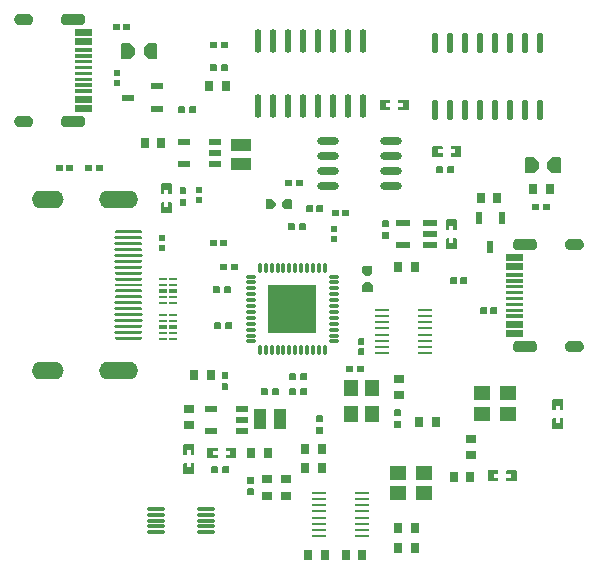
<source format=gtp>
G04 Layer: TopPasteMaskLayer*
G04 EasyEDA Pro v2.1.63, 2024-06-10 19:20:29*
G04 Gerber Generator version 0.3*
G04 Scale: 100 percent, Rotated: No, Reflected: No*
G04 Dimensions in millimeters*
G04 Leading zeros omitted, absolute positions, 3 integers and 5 decimals*
%FSLAX35Y35*%
%MOMM*%
%ADD10O,0.57399X2.03799*%
%ADD11O,0.55999X1.74501*%
%ADD12R,0.8X0.9*%
%ADD13R,1.2X0.25001*%
%ADD14R,0.9X0.8*%
%ADD15R,0.8X0.9*%
%ADD16R,1.4X1.2*%
%ADD17R,4.1030X4.09999*%
%ADD18R,4.09999X4.09999*%
%ADD19O,0.28001X1.0*%
%ADD20O,1.0X0.28001*%
%ADD21R,0.68072X0.20066*%
%ADD22R,0.68072X0.39878*%
%ADD23R,1.2X1.4*%
%ADD24O,1.865X0.63*%
%ADD25R,0.9X0.8*%
%ADD26R,1.0X0.6*%
%ADD27R,1.72001X1.0*%
%ADD28R,1.0X1.72001*%
%ADD29R,1.157X0.48999*%
%ADD30R,1.175X0.48999*%
%ADD31R,1.4X1.2*%
%ADD32O,1.62001X0.28001*%
%ADD33R,1.07X0.6*%
%ADD34R,0.6X1.07*%
G75*


G04 PolygonModel Start*
G36*
G01X3904102Y-1225001D02*
G01X3824102Y-1225001D01*
G01X3819101Y-1230003D01*
G01Y-1252799D01*
G01X3856101D01*
G01Y-1285799D01*
G01X3819101D01*
G01Y-1310002D01*
G01X3824102Y-1315001D01*
G01X3904102D01*
G01X3909101Y-1310002D01*
G01Y-1230003D01*
G01X3904102Y-1225001D01*
G37*
G36*
G01X3749101Y-1230003D02*
G01X3749101Y-1252799D01*
G01X3711103D01*
G01Y-1285799D01*
G01X3749101D01*
G01Y-1310002D01*
G01X3744102Y-1315001D01*
G01X3665103D01*
G01X3660102Y-1310002D01*
G01Y-1230003D01*
G01X3665103Y-1225001D01*
G01X3744102D01*
G01X3749101Y-1230003D01*
G37*
G36*
G01X3459602Y-831301D02*
G01X3379602Y-831301D01*
G01X3374601Y-836303D01*
G01Y-859099D01*
G01X3411601D01*
G01Y-892099D01*
G01X3374601D01*
G01Y-916302D01*
G01X3379602Y-921301D01*
G01X3459602D01*
G01X3464601Y-916302D01*
G01Y-836303D01*
G01X3459602Y-831301D01*
G37*
G36*
G01X3304601Y-836303D02*
G01X3304601Y-859099D01*
G01X3266603D01*
G01Y-892099D01*
G01X3304601D01*
G01Y-916302D01*
G01X3299602Y-921301D01*
G01X3220603D01*
G01X3215602Y-916302D01*
G01Y-836303D01*
G01X3220603Y-831301D01*
G01X3299602D01*
G01X3304601Y-836303D01*
G37*
G36*
G01X1145101Y-441124D02*
G01X1145101Y-397063D01*
G01X1106594Y-350248D01*
G01X1037847D01*
G01X1027847Y-360248D01*
G01Y-477944D01*
G01X1037847Y-487944D01*
G01X1106594D01*
G01X1145101Y-441124D01*
G37*
G36*
G01X1217099Y-441124D02*
G01X1217099Y-397063D01*
G01X1255606Y-350248D01*
G01X1324353D01*
G01X1334353Y-360248D01*
G01Y-477944D01*
G01X1324353Y-487944D01*
G01X1255606D01*
G01X1217099Y-441124D01*
G37*
G36*
G01X4561401Y-1406324D02*
G01X4561401Y-1362263D01*
G01X4522894Y-1315448D01*
G01X4454147D01*
G01X4444147Y-1325448D01*
G01Y-1443144D01*
G01X4454147Y-1453144D01*
G01X4522894D01*
G01X4561401Y-1406324D01*
G37*
G36*
G01X4633399Y-1406324D02*
G01X4633399Y-1362263D01*
G01X4671906Y-1315448D01*
G01X4740653D01*
G01X4750653Y-1325448D01*
G01Y-1443144D01*
G01X4740653Y-1453144D01*
G01X4671906D01*
G01X4633399Y-1406324D01*
G37*
G36*
G01X1872204Y-581302D02*
G01X1872204Y-536301D01*
G01X1879201Y-531302D01*
G01X1927202D01*
G01X1932203Y-536301D01*
G01Y-581302D01*
G01X1927202Y-586301D01*
G01X1879201D01*
G01X1872204Y-581302D01*
G37*
G36*
G01X1776202Y-581302D02*
G01X1776202Y-536301D01*
G01X1781203Y-531302D01*
G01X1829201D01*
G01X1836202Y-536301D01*
G01Y-581302D01*
G01X1829201Y-586301D01*
G01X1781203D01*
G01X1776202Y-581302D01*
G37*
G36*
G01X3789904Y-1444902D02*
G01X3789904Y-1399901D01*
G01X3796901Y-1394902D01*
G01X3844902D01*
G01X3849903Y-1399901D01*
G01Y-1444902D01*
G01X3844902Y-1449901D01*
G01X3796901D01*
G01X3789904Y-1444902D01*
G37*
G36*
G01X3693902Y-1444902D02*
G01X3693902Y-1399901D01*
G01X3698903Y-1394902D01*
G01X3746901D01*
G01X3753902Y-1399901D01*
G01Y-1444902D01*
G01X3746901Y-1449901D01*
G01X3698903D01*
G01X3693902Y-1444902D01*
G37*
G36*
G01X4602704Y-1762402D02*
G01X4602704Y-1717401D01*
G01X4609701Y-1712402D01*
G01X4657702D01*
G01X4662703Y-1717401D01*
G01Y-1762402D01*
G01X4657702Y-1767401D01*
G01X4609701D01*
G01X4602704Y-1762402D01*
G37*
G36*
G01X4506702Y-1762402D02*
G01X4506702Y-1717401D01*
G01X4511703Y-1712402D01*
G01X4559701D01*
G01X4566702Y-1717401D01*
G01Y-1762402D01*
G01X4559701Y-1767401D01*
G01X4511703D01*
G01X4506702Y-1762402D01*
G37*
G36*
G01X1605504Y-936902D02*
G01X1605504Y-891901D01*
G01X1612501Y-886902D01*
G01X1660502D01*
G01X1665503Y-891901D01*
G01Y-936902D01*
G01X1660502Y-941901D01*
G01X1612501D01*
G01X1605504Y-936902D01*
G37*
G36*
G01X1509502Y-936902D02*
G01X1509502Y-891901D01*
G01X1514503Y-886902D01*
G01X1562501D01*
G01X1569502Y-891901D01*
G01Y-936902D01*
G01X1562501Y-941901D01*
G01X1514503D01*
G01X1509502Y-936902D01*
G37*
G36*
G01X4153700Y-2639200D02*
G01X4153700Y-2593200D01*
G01X4157701Y-2589200D01*
G01X4207764D01*
G01X4211765Y-2593200D01*
G01Y-2639200D01*
G01X4207764Y-2643200D01*
G01X4157701D01*
G01X4153700Y-2639200D01*
G37*
G36*
G01X4126700Y-2639200D02*
G01X4126700Y-2593200D01*
G01X4122699Y-2589200D01*
G01X4072636D01*
G01X4068636Y-2593200D01*
G01Y-2639200D01*
G01X4072636Y-2643200D01*
G01X4122699D01*
G01X4126700Y-2639200D01*
G37*
G36*
G01X3872700Y-2339200D02*
G01X3872700Y-2385200D01*
G01X3868699Y-2389200D01*
G01X3818636D01*
G01X3814636Y-2385200D01*
G01Y-2339200D01*
G01X3818636Y-2335200D01*
G01X3868699D01*
G01X3872700Y-2339200D01*
G37*
G36*
G01X3899700Y-2339200D02*
G01X3899700Y-2385200D01*
G01X3903701Y-2389200D01*
G01X3953764D01*
G01X3957765Y-2385200D01*
G01Y-2339200D01*
G01X3953764Y-2335200D01*
G01X3903701D01*
G01X3899700Y-2339200D01*
G37*
G36*
G01X465729Y-3050215D02*
G02X465729Y-3200222I0J-75004D01*
G01X345727D01*
G02Y-3050215I0J75004D01*
G01X465729D01*
G37*
G36*
G01X465729Y-1600385D02*
G02X465729Y-1750388I0J-75001D01*
G01X345727D01*
G02Y-1600385I0J75001D01*
G01X465729D01*
G37*
G36*
G01X1095677Y-3050215D02*
G02X1095677Y-3200222I0J-75004D01*
G01X915678D01*
G02Y-3050215I0J75004D01*
G01X1095677D01*
G37*
G36*
G01X1095677Y-1600385D02*
G02X1095677Y-1750388I0J-75001D01*
G01X915678D01*
G02Y-1600385I0J75001D01*
G01X1095677D01*
G37*
G36*
G01X1196424Y-2837889D02*
G02X1196424Y-2862892I0J-12502D01*
G01X981423D01*
G02Y-2837889I0J12502D01*
G01X1196424D01*
G37*
G36*
G01X1196424Y-2787876D02*
G02X1196424Y-2812880I0J-12502D01*
G01X981423D01*
G02Y-2787876I0J12502D01*
G01X1196424D01*
G37*
G36*
G01X1196424Y-2737866D02*
G02X1196424Y-2762870I0J-12502D01*
G01X981423D01*
G02Y-2737866I0J12502D01*
G01X1196424D01*
G37*
G36*
G01X1196424Y-2687856D02*
G02X1196424Y-2712860I0J-12502D01*
G01X981423D01*
G02Y-2687856I0J12502D01*
G01X1196424D01*
G37*
G36*
G01X1196424Y-2637843D02*
G02X1196424Y-2662847I0J-12502D01*
G01X981423D01*
G02Y-2637843I0J12502D01*
G01X1196424D01*
G37*
G36*
G01X1196424Y-2587833D02*
G02X1196424Y-2612837I0J-12502D01*
G01X981423D01*
G02Y-2587833I0J12502D01*
G01X1196424D01*
G37*
G36*
G01X1196424Y-2537828D02*
G02X1196424Y-2562832I0J-12502D01*
G01X981423D01*
G02Y-2537828I0J12502D01*
G01X1196424D01*
G37*
G36*
G01X1196424Y-2187760D02*
G02X1196424Y-2212767I0J-12503D01*
G01X981423D01*
G02Y-2187760I0J12503D01*
G01X1196424D01*
G37*
G36*
G01X1196424Y-2237768D02*
G02X1196424Y-2262772I0J-12502D01*
G01X981423D01*
G02Y-2237768I0J12502D01*
G01X1196424D01*
G37*
G36*
G01X1196424Y-2287778D02*
G02X1196424Y-2312779I-178J-12501D01*
G01X981423D01*
G02Y-2287778I178J12501D01*
G01X1196424D01*
G37*
G36*
G01X1196424Y-2337791D02*
G02X1196424Y-2362792I-178J-12501D01*
G01X981423D01*
G02Y-2337791I178J12501D01*
G01X1196424D01*
G37*
G36*
G01X1196424Y-2387798D02*
G02X1196424Y-2412802I0J-12502D01*
G01X981423D01*
G02Y-2387798I0J12502D01*
G01X1196424D01*
G37*
G36*
G01X1196424Y-2437808D02*
G02X1196424Y-2462814I0J-12503D01*
G01X981423D01*
G02Y-2437808I0J12503D01*
G01X1196424D01*
G37*
G36*
G01X1196424Y-2487821D02*
G02X1196424Y-2512827I0J-12503D01*
G01X981423D01*
G02Y-2487821I0J12503D01*
G01X1196424D01*
G37*
G36*
G01X1196424Y-1937708D02*
G02X1196424Y-1962711I0J-12502D01*
G01X981423D01*
G02Y-1937708I0J12502D01*
G01X1196424D01*
G37*
G36*
G01X1196424Y-1987720D02*
G02X1196424Y-2012724I0J-12502D01*
G01X981423D01*
G02Y-1987720I0J12502D01*
G01X1196424D01*
G37*
G36*
G01X1196424Y-2037730D02*
G02X1196424Y-2062734I0J-12502D01*
G01X981423D01*
G02Y-2037730I0J12502D01*
G01X1196424D01*
G37*
G36*
G01X1196424Y-2087740D02*
G02X1196424Y-2112744I0J-12502D01*
G01X981423D01*
G02Y-2087740I0J12502D01*
G01X1196424D01*
G37*
G36*
G01X1196424Y-2137753D02*
G02X1196424Y-2162757I0J-12502D01*
G01X981423D01*
G02Y-2137753I0J12502D01*
G01X1196424D01*
G37*
G36*
G01X818104Y-1432202D02*
G01X818104Y-1387201D01*
G01X825101Y-1382202D01*
G01X873102D01*
G01X878103Y-1387201D01*
G01Y-1432202D01*
G01X873102Y-1437201D01*
G01X825101D01*
G01X818104Y-1432202D01*
G37*
G36*
G01X722102Y-1432202D02*
G01X722102Y-1387201D01*
G01X727103Y-1382202D01*
G01X775101D01*
G01X782102Y-1387201D01*
G01Y-1432202D01*
G01X775101Y-1437201D01*
G01X727103D01*
G01X722102Y-1432202D01*
G37*
G36*
G01X2509296Y-3279498D02*
G01X2509296Y-3324499D01*
G01X2502299Y-3329498D01*
G01X2454298D01*
G01X2449297Y-3324499D01*
G01Y-3279498D01*
G01X2454298Y-3274499D01*
G01X2502299D01*
G01X2509296Y-3279498D01*
G37*
G36*
G01X2605298Y-3279498D02*
G01X2605298Y-3324499D01*
G01X2600297Y-3329498D01*
G01X2552299D01*
G01X2545298Y-3324499D01*
G01Y-3279498D01*
G01X2552299Y-3274499D01*
G01X2600297D01*
G01X2605298Y-3279498D01*
G37*
G36*
G01X2509296Y-3152498D02*
G01X2509296Y-3197499D01*
G01X2502299Y-3202498D01*
G01X2454298D01*
G01X2449297Y-3197499D01*
G01Y-3152498D01*
G01X2454298Y-3147499D01*
G01X2502299D01*
G01X2509296Y-3152498D01*
G37*
G36*
G01X2605298Y-3152498D02*
G01X2605298Y-3197499D01*
G01X2600297Y-3202498D01*
G01X2552299D01*
G01X2545298Y-3197499D01*
G01Y-3152498D01*
G01X2552299Y-3147499D01*
G01X2600297D01*
G01X2605298Y-3152498D01*
G37*
G36*
G01X2496596Y-1882498D02*
G01X2496596Y-1927499D01*
G01X2489599Y-1932498D01*
G01X2441598D01*
G01X2436597Y-1927499D01*
G01Y-1882498D01*
G01X2441598Y-1877499D01*
G01X2489599D01*
G01X2496596Y-1882498D01*
G37*
G36*
G01X2592598Y-1882498D02*
G01X2592598Y-1927499D01*
G01X2587597Y-1932498D01*
G01X2539599D01*
G01X2532598Y-1927499D01*
G01Y-1882498D01*
G01X2539599Y-1877499D01*
G01X2587597D01*
G01X2592598Y-1882498D01*
G37*
G36*
G01X2098398Y-4120104D02*
G01X2143399Y-4120104D01*
G01X2148398Y-4127101D01*
G01Y-4175102D01*
G01X2143399Y-4180103D01*
G01X2098398D01*
G01X2093399Y-4175102D01*
G01Y-4127101D01*
G01X2098398Y-4120104D01*
G37*
G36*
G01X2098398Y-4024102D02*
G01X2143399Y-4024102D01*
G01X2148398Y-4029103D01*
G01Y-4077101D01*
G01X2143399Y-4084102D01*
G01X2098398D01*
G01X2093399Y-4077101D01*
G01Y-4029103D01*
G01X2098398Y-4024102D01*
G37*
G36*
G01X1925096Y-2225398D02*
G01X1925096Y-2270399D01*
G01X1918099Y-2275398D01*
G01X1870098D01*
G01X1865097Y-2270399D01*
G01Y-2225398D01*
G01X1870098Y-2220399D01*
G01X1918099D01*
G01X1925096Y-2225398D01*
G37*
G36*
G01X2021098Y-2225398D02*
G01X2021098Y-2270399D01*
G01X2016097Y-2275398D01*
G01X1968099D01*
G01X1961098Y-2270399D01*
G01Y-2225398D01*
G01X1968099Y-2220399D01*
G01X2016097D01*
G01X2021098Y-2225398D01*
G37*
G36*
G01X2682598Y-3599404D02*
G01X2727599Y-3599404D01*
G01X2732598Y-3606401D01*
G01Y-3654402D01*
G01X2727599Y-3659403D01*
G01X2682598D01*
G01X2677599Y-3654402D01*
G01Y-3606401D01*
G01X2682598Y-3599404D01*
G37*
G36*
G01X2682598Y-3503402D02*
G01X2727599Y-3503402D01*
G01X2732598Y-3508403D01*
G01Y-3556401D01*
G01X2727599Y-3563402D01*
G01X2682598D01*
G01X2677599Y-3556401D01*
G01Y-3508403D01*
G01X2682598Y-3503402D01*
G37*
G36*
G01X1861596Y-2415898D02*
G01X1861596Y-2460899D01*
G01X1854599Y-2465898D01*
G01X1806598D01*
G01X1801597Y-2460899D01*
G01Y-2415898D01*
G01X1806598Y-2410899D01*
G01X1854599D01*
G01X1861596Y-2415898D01*
G37*
G36*
G01X1957598Y-2415898D02*
G01X1957598Y-2460899D01*
G01X1952597Y-2465898D01*
G01X1904599D01*
G01X1897598Y-2460899D01*
G01Y-2415898D01*
G01X1904599Y-2410899D01*
G01X1952597D01*
G01X1957598Y-2415898D01*
G37*
G36*
G01X2267996Y-3279498D02*
G01X2267996Y-3324499D01*
G01X2260999Y-3329498D01*
G01X2212998D01*
G01X2207997Y-3324499D01*
G01Y-3279498D01*
G01X2212998Y-3274499D01*
G01X2260999D01*
G01X2267996Y-3279498D01*
G37*
G36*
G01X2363998Y-3279498D02*
G01X2363998Y-3324499D01*
G01X2358997Y-3329498D01*
G01X2310999D01*
G01X2303998Y-3324499D01*
G01Y-3279498D01*
G01X2310999Y-3274499D01*
G01X2358997D01*
G01X2363998Y-3279498D01*
G37*
G36*
G01X1882498Y-3231104D02*
G01X1927499Y-3231104D01*
G01X1932498Y-3238101D01*
G01Y-3286102D01*
G01X1927499Y-3291103D01*
G01X1882498D01*
G01X1877499Y-3286102D01*
G01Y-3238101D01*
G01X1882498Y-3231104D01*
G37*
G36*
G01X1882498Y-3135102D02*
G01X1927499Y-3135102D01*
G01X1932498Y-3140103D01*
G01Y-3188101D01*
G01X1927499Y-3195102D01*
G01X1882498D01*
G01X1877499Y-3188101D01*
G01Y-3140103D01*
G01X1882498Y-3135102D01*
G37*
G36*
G01X1874296Y-2720698D02*
G01X1874296Y-2765699D01*
G01X1867299Y-2770698D01*
G01X1819298D01*
G01X1814297Y-2765699D01*
G01Y-2720698D01*
G01X1819298Y-2715699D01*
G01X1867299D01*
G01X1874296Y-2720698D01*
G37*
G36*
G01X1970298Y-2720698D02*
G01X1970298Y-2765699D01*
G01X1965297Y-2770698D01*
G01X1917299D01*
G01X1910298Y-2765699D01*
G01Y-2720698D01*
G01X1917299Y-2715699D01*
G01X1965297D01*
G01X1970298Y-2720698D01*
G37*
G36*
G01X2507204Y-1559202D02*
G01X2507204Y-1514201D01*
G01X2514201Y-1509202D01*
G01X2562202D01*
G01X2567203Y-1514201D01*
G01Y-1559202D01*
G01X2562202Y-1564201D01*
G01X2514201D01*
G01X2507204Y-1559202D01*
G37*
G36*
G01X2411202Y-1559202D02*
G01X2411202Y-1514201D01*
G01X2416203Y-1509202D01*
G01X2464201D01*
G01X2471202Y-1514201D01*
G01Y-1559202D01*
G01X2464201Y-1564201D01*
G01X2416203D01*
G01X2411202Y-1559202D01*
G37*
G36*
G01X3342998Y-3548604D02*
G01X3387999Y-3548604D01*
G01X3392998Y-3555601D01*
G01Y-3603602D01*
G01X3387999Y-3608603D01*
G01X3342998D01*
G01X3337999Y-3603602D01*
G01Y-3555601D01*
G01X3342998Y-3548604D01*
G37*
G36*
G01X3342998Y-3452602D02*
G01X3387999Y-3452602D01*
G01X3392998Y-3457603D01*
G01Y-3505601D01*
G01X3387999Y-3512602D01*
G01X3342998D01*
G01X3337999Y-3505601D01*
G01Y-3457603D01*
G01X3342998Y-3452602D01*
G37*
G36*
G01X2991896Y-3088998D02*
G01X2991896Y-3133999D01*
G01X2984899Y-3138998D01*
G01X2936898D01*
G01X2931897Y-3133999D01*
G01Y-3088998D01*
G01X2936898Y-3083999D01*
G01X2984899D01*
G01X2991896Y-3088998D01*
G37*
G36*
G01X3087898Y-3088998D02*
G01X3087898Y-3133999D01*
G01X3082897Y-3138998D01*
G01X3034899D01*
G01X3027898Y-3133999D01*
G01Y-3088998D01*
G01X3034899Y-3083999D01*
G01X3082897D01*
G01X3087898Y-3088998D01*
G37*
G36*
G01X1840700Y-2021700D02*
G01X1840700Y-2067700D01*
G01X1836699Y-2071700D01*
G01X1786636D01*
G01X1782636Y-2067700D01*
G01Y-2021700D01*
G01X1786636Y-2017700D01*
G01X1836699D01*
G01X1840700Y-2021700D01*
G37*
G36*
G01X1867700Y-2021700D02*
G01X1867700Y-2067700D01*
G01X1871701Y-2071700D01*
G01X1921764D01*
G01X1925765Y-2067700D01*
G01Y-2021700D01*
G01X1921764Y-2017700D01*
G01X1871701D01*
G01X1867700Y-2021700D01*
G37*
G36*
G01X532600Y-1386700D02*
G01X532600Y-1432700D01*
G01X528599Y-1436700D01*
G01X478536D01*
G01X474536Y-1432700D01*
G01Y-1386700D01*
G01X478536Y-1382700D01*
G01X528599D01*
G01X532600Y-1386700D01*
G37*
G36*
G01X559600Y-1386700D02*
G01X559600Y-1432700D01*
G01X563601Y-1436700D01*
G01X613664D01*
G01X617665Y-1432700D01*
G01Y-1386700D01*
G01X613664Y-1382700D01*
G01X563601D01*
G01X559600Y-1386700D01*
G37*
G36*
G01X1348600Y-2058200D02*
G01X1394600Y-2058200D01*
G01X1398600Y-2062201D01*
G01Y-2112264D01*
G01X1394600Y-2116264D01*
G01X1348600D01*
G01X1344600Y-2112264D01*
G01Y-2062201D01*
G01X1348600Y-2058200D01*
G37*
G36*
G01X1348600Y-2031200D02*
G01X1394600Y-2031200D01*
G01X1398600Y-2027199D01*
G01Y-1977136D01*
G01X1394600Y-1973135D01*
G01X1348600D01*
G01X1344600Y-1977136D01*
G01Y-2027199D01*
G01X1348600Y-2031200D01*
G37*
G36*
G01X3083700Y-2907500D02*
G01X3037700Y-2907500D01*
G01X3033700Y-2903499D01*
G01Y-2853436D01*
G01X3037700Y-2849435D01*
G01X3083700D01*
G01X3087700Y-2853436D01*
G01Y-2903499D01*
G01X3083700Y-2907500D01*
G37*
G36*
G01X3083700Y-2934500D02*
G01X3037700Y-2934500D01*
G01X3033700Y-2938501D01*
G01Y-2988564D01*
G01X3037700Y-2992564D01*
G01X3083700D01*
G01X3087700Y-2988564D01*
G01Y-2938501D01*
G01X3083700Y-2934500D01*
G37*
G36*
G01X2869400Y-1767700D02*
G01X2869400Y-1813700D01*
G01X2865399Y-1817700D01*
G01X2815336D01*
G01X2811336Y-1813700D01*
G01Y-1767700D01*
G01X2815336Y-1763700D01*
G01X2865399D01*
G01X2869400Y-1767700D01*
G37*
G36*
G01X2896400Y-1767700D02*
G01X2896400Y-1813700D01*
G01X2900401Y-1817700D01*
G01X2950464D01*
G01X2954465Y-1813700D01*
G01Y-1767700D01*
G01X2950464Y-1763700D01*
G01X2900401D01*
G01X2896400Y-1767700D01*
G37*
G36*
G01X2855100Y-1955000D02*
G01X2809100Y-1955000D01*
G01X2805100Y-1950999D01*
G01Y-1900936D01*
G01X2809100Y-1896935D01*
G01X2855100D01*
G01X2859100Y-1900936D01*
G01Y-1950999D01*
G01X2855100Y-1955000D01*
G37*
G36*
G01X2855100Y-1982000D02*
G01X2809100Y-1982000D01*
G01X2805100Y-1986001D01*
G01Y-2036064D01*
G01X2809100Y-2040064D01*
G01X2855100D01*
G01X2859100Y-2036064D01*
G01Y-1986001D01*
G01X2855100Y-1982000D01*
G37*
G36*
G01X2680500Y-1775600D02*
G01X2680500Y-1729600D01*
G01X2684501Y-1725600D01*
G01X2734564D01*
G01X2738565Y-1729600D01*
G01Y-1775600D01*
G01X2734564Y-1779600D01*
G01X2684501D01*
G01X2680500Y-1775600D01*
G37*
G36*
G01X2653500Y-1775600D02*
G01X2653500Y-1729600D01*
G01X2649499Y-1725600D01*
G01X2599436D01*
G01X2595436Y-1729600D01*
G01Y-1775600D01*
G01X2599436Y-1779600D01*
G01X2649499D01*
G01X2653500Y-1775600D01*
G37*
G36*
G01X3125798Y-2324339D02*
G01X3098147Y-2324339D01*
G01X3068772Y-2296919D01*
G01Y-2246592D01*
G01X3075173Y-2240191D01*
G01X3148772D01*
G01X3155173Y-2246592D01*
G01Y-2296919D01*
G01X3125798Y-2324339D01*
G37*
G36*
G01X3126923Y-2375903D02*
G01X3099272Y-2375903D01*
G01X3069897Y-2403323D01*
G01Y-2453650D01*
G01X3076298Y-2460051D01*
G01X3149897D01*
G01X3156298Y-2453650D01*
G01Y-2403323D01*
G01X3126923Y-2375903D01*
G37*
G36*
G01X1848896Y-3939898D02*
G01X1848896Y-3984899D01*
G01X1841899Y-3989898D01*
G01X1793898D01*
G01X1788897Y-3984899D01*
G01Y-3939898D01*
G01X1793898Y-3934899D01*
G01X1841899D01*
G01X1848896Y-3939898D01*
G37*
G36*
G01X1944898Y-3939898D02*
G01X1944898Y-3984899D01*
G01X1939897Y-3989898D01*
G01X1891899D01*
G01X1884898Y-3984899D01*
G01Y-3939898D01*
G01X1891899Y-3934899D01*
G01X1939897D01*
G01X1944898Y-3939898D01*
G37*
G36*
G01X1571902Y-1632996D02*
G01X1526901Y-1632996D01*
G01X1521902Y-1625999D01*
G01Y-1577998D01*
G01X1526901Y-1572997D01*
G01X1571902D01*
G01X1576901Y-1577998D01*
G01Y-1625999D01*
G01X1571902Y-1632996D01*
G37*
G36*
G01X1571902Y-1728998D02*
G01X1526901Y-1728998D01*
G01X1521902Y-1723997D01*
G01Y-1675999D01*
G01X1526901Y-1668998D01*
G01X1571902D01*
G01X1576901Y-1675999D01*
G01Y-1723997D01*
G01X1571902Y-1728998D01*
G37*
G36*
G01X3286402Y-1912396D02*
G01X3241401Y-1912396D01*
G01X3236402Y-1905399D01*
G01Y-1857398D01*
G01X3241401Y-1852397D01*
G01X3286402D01*
G01X3291401Y-1857398D01*
G01Y-1905399D01*
G01X3286402Y-1912396D01*
G37*
G36*
G01X3286402Y-2008398D02*
G01X3241401Y-2008398D01*
G01X3236402Y-2003397D01*
G01Y-1955399D01*
G01X3241401Y-1948398D01*
G01X3286402D01*
G01X3291401Y-1955399D01*
G01Y-2003397D01*
G01X3286402Y-2008398D01*
G37*
G36*
G01X3777701Y-1848998D02*
G01X3777701Y-1928998D01*
G01X3782703Y-1933999D01*
G01X3805499D01*
G01Y-1896999D01*
G01X3838499D01*
G01Y-1933999D01*
G01X3862702D01*
G01X3867701Y-1928998D01*
G01Y-1848998D01*
G01X3862702Y-1843999D01*
G01X3782703D01*
G01X3777701Y-1848998D01*
G37*
G36*
G01X3782703Y-2003999D02*
G01X3805499Y-2003999D01*
G01Y-2041997D01*
G01X3838499D01*
G01Y-2003999D01*
G01X3862702D01*
G01X3867701Y-2008998D01*
G01Y-2087997D01*
G01X3862702Y-2092998D01*
G01X3782703D01*
G01X3777701Y-2087997D01*
G01Y-2008998D01*
G01X3782703Y-2003999D01*
G37*
G36*
G01X1999102Y-3777701D02*
G01X1919102Y-3777701D01*
G01X1914101Y-3782703D01*
G01Y-3805499D01*
G01X1951101D01*
G01Y-3838499D01*
G01X1914101D01*
G01Y-3862702D01*
G01X1919102Y-3867701D01*
G01X1999102D01*
G01X2004101Y-3862702D01*
G01Y-3782703D01*
G01X1999102Y-3777701D01*
G37*
G36*
G01X1844101Y-3782703D02*
G01X1844101Y-3805499D01*
G01X1806103D01*
G01Y-3838499D01*
G01X1844101D01*
G01Y-3862702D01*
G01X1839102Y-3867701D01*
G01X1760103D01*
G01X1755102Y-3862702D01*
G01Y-3782703D01*
G01X1760103Y-3777701D01*
G01X1839102D01*
G01X1844101Y-3782703D01*
G37*
G36*
G01X1645199Y-3993002D02*
G01X1645199Y-3913002D01*
G01X1640197Y-3908001D01*
G01X1617401D01*
G01Y-3945001D01*
G01X1584401D01*
G01Y-3908001D01*
G01X1560198D01*
G01X1555199Y-3913002D01*
G01Y-3993002D01*
G01X1560198Y-3998001D01*
G01X1640197D01*
G01X1645199Y-3993002D01*
G37*
G36*
G01X1640197Y-3838001D02*
G01X1617401Y-3838001D01*
G01Y-3800003D01*
G01X1584401D01*
G01Y-3838001D01*
G01X1560198D01*
G01X1555199Y-3833002D01*
G01Y-3754003D01*
G01X1560198Y-3749002D01*
G01X1640197D01*
G01X1645199Y-3754003D01*
G01Y-3833002D01*
G01X1640197Y-3838001D01*
G37*
G36*
G01X1364701Y-1544198D02*
G01X1364701Y-1624198D01*
G01X1369703Y-1629199D01*
G01X1392499D01*
G01Y-1592199D01*
G01X1425499D01*
G01Y-1629199D01*
G01X1449702D01*
G01X1454701Y-1624198D01*
G01Y-1544198D01*
G01X1449702Y-1539199D01*
G01X1369703D01*
G01X1364701Y-1544198D01*
G37*
G36*
G01X1369703Y-1699199D02*
G01X1392499Y-1699199D01*
G01Y-1737197D01*
G01X1425499D01*
G01Y-1699199D01*
G01X1449702D01*
G01X1454701Y-1704198D01*
G01Y-1783197D01*
G01X1449702Y-1788198D01*
G01X1369703D01*
G01X1364701Y-1783197D01*
G01Y-1704198D01*
G01X1369703Y-1699199D01*
G37*
G36*
G01X2387361Y-1728798D02*
G01X2387361Y-1701147D01*
G01X2414781Y-1671772D01*
G01X2465108D01*
G01X2471509Y-1678173D01*
G01Y-1751772D01*
G01X2465108Y-1758173D01*
G01X2414781D01*
G01X2387361Y-1728798D01*
G37*
G36*
G01X2335797Y-1729923D02*
G01X2335797Y-1702272D01*
G01X2308377Y-1672897D01*
G01X2258050D01*
G01X2251649Y-1679298D01*
G01Y-1752897D01*
G01X2258050Y-1759298D01*
G01X2308377D01*
G01X2335797Y-1729923D01*
G37*
G36*
G01X4679401Y-3372998D02*
G01X4679401Y-3452998D01*
G01X4684403Y-3457999D01*
G01X4707199D01*
G01Y-3420999D01*
G01X4740199D01*
G01Y-3457999D01*
G01X4764402D01*
G01X4769401Y-3452998D01*
G01Y-3372998D01*
G01X4764402Y-3367999D01*
G01X4684403D01*
G01X4679401Y-3372998D01*
G37*
G36*
G01X4684403Y-3527999D02*
G01X4707199Y-3527999D01*
G01Y-3565997D01*
G01X4740199D01*
G01Y-3527999D01*
G01X4764402D01*
G01X4769401Y-3532998D01*
G01Y-3611997D01*
G01X4764402Y-3616998D01*
G01X4684403D01*
G01X4679401Y-3611997D01*
G01Y-3532998D01*
G01X4684403Y-3527999D01*
G37*
G36*
G01X4134998Y-4058199D02*
G01X4214998Y-4058199D01*
G01X4219999Y-4053197D01*
G01Y-4030401D01*
G01X4182999D01*
G01Y-3997401D01*
G01X4219999D01*
G01Y-3973198D01*
G01X4214998Y-3968199D01*
G01X4134998D01*
G01X4129999Y-3973198D01*
G01Y-4053197D01*
G01X4134998Y-4058199D01*
G37*
G36*
G01X4289999Y-4053197D02*
G01X4289999Y-4030401D01*
G01X4327997D01*
G01Y-3997401D01*
G01X4289999D01*
G01Y-3973198D01*
G01X4294998Y-3968199D01*
G01X4373997D01*
G01X4378998Y-3973198D01*
G01Y-4053197D01*
G01X4373997Y-4058199D01*
G01X4294998D01*
G01X4289999Y-4053197D01*
G37*
G36*
G01X1015200Y-192900D02*
G01X1015200Y-238900D01*
G01X1011199Y-242900D01*
G01X961136D01*
G01X957136Y-238900D01*
G01Y-192900D01*
G01X961136Y-188900D01*
G01X1011199D01*
G01X1015200Y-192900D01*
G37*
G36*
G01X1042200Y-192900D02*
G01X1042200Y-238900D01*
G01X1046201Y-242900D01*
G01X1096264D01*
G01X1100265Y-238900D01*
G01Y-192900D01*
G01X1096264Y-188900D01*
G01X1046201D01*
G01X1042200Y-192900D01*
G37*
G36*
G01X1013600Y-634200D02*
G01X967600Y-634200D01*
G01X963600Y-630199D01*
G01Y-580136D01*
G01X967600Y-576135D01*
G01X1013600D01*
G01X1017600Y-580136D01*
G01Y-630199D01*
G01X1013600Y-634200D01*
G37*
G36*
G01X1013600Y-661200D02*
G01X967600Y-661200D01*
G01X963600Y-665201D01*
G01Y-715264D01*
G01X967600Y-719264D01*
G01X1013600D01*
G01X1017600Y-715264D01*
G01Y-665201D01*
G01X1013600Y-661200D01*
G37*
G36*
G01X784449Y-544208D02*
G01X639450Y-544208D01*
G01Y-574208D01*
G01X784449D01*
G01Y-544208D01*
G37*
G36*
G01X639450Y-936701D02*
G01X784449Y-936701D01*
G01Y-908002D01*
G01Y-906701D01*
G01Y-878002D01*
G01X639450D01*
G01Y-906701D01*
G01Y-908002D01*
G01Y-936701D01*
G37*
G36*
G01X784449Y-394195D02*
G01X639450Y-394195D01*
G01Y-424195D01*
G01X784449D01*
G01Y-394195D01*
G37*
G36*
G01X784449Y-444208D02*
G01X639450Y-444208D01*
G01Y-474208D01*
G01X784449D01*
G01Y-444208D01*
G37*
G36*
G01X639450Y-857900D02*
G01X784449Y-857900D01*
G01Y-829201D01*
G01Y-827900D01*
G01Y-799201D01*
G01X639450D01*
G01Y-827900D01*
G01Y-829201D01*
G01Y-857900D01*
G37*
G36*
G01X784449Y-644207D02*
G01X639450Y-644207D01*
G01Y-674207D01*
G01X784449D01*
G01Y-644207D01*
G37*
G36*
G01X784449Y-694169D02*
G01X639450Y-694169D01*
G01Y-724169D01*
G01X784449D01*
G01Y-694169D01*
G37*
G36*
G01X639450Y-774207D02*
G01X784449Y-774207D01*
G01Y-744207D01*
G01X639450D01*
G01Y-774207D01*
G37*
G36*
G01X784296Y-594195D02*
G01X639298Y-594195D01*
G01Y-624195D01*
G01X784296D01*
G01Y-594195D01*
G37*
G36*
G01X784296Y-494195D02*
G01X639298Y-494195D01*
G01Y-524195D01*
G01X784296D01*
G01Y-494195D01*
G37*
G36*
G01X784296Y-231701D02*
G01X639298Y-231701D01*
G01Y-260403D01*
G01Y-261701D01*
G01Y-290403D01*
G01X784296D01*
G01Y-261701D01*
G01Y-260403D01*
G01Y-231701D01*
G37*
G36*
G01X639044Y-369202D02*
G01X784042Y-369202D01*
G01Y-340502D01*
G01Y-339202D01*
G01Y-310502D01*
G01X639044D01*
G01Y-339202D01*
G01Y-340502D01*
G01Y-369202D01*
G37*
G36*
G01X725320Y-1019940D02*
G01X725444Y-1017450D01*
G01Y-1014956D01*
G01X725320Y-1012467D01*
G01X725071Y-1009985D01*
G01X724700Y-1007521D01*
G01X724205Y-1005078D01*
G01X723590Y-1002662D01*
G01X722856Y-1000280D01*
G01X722003Y-997936D01*
G01X721035Y-995639D01*
G01X719953Y-993391D01*
G01X718762Y-991205D01*
G01X717461Y-989076D01*
G01X716056Y-987016D01*
G01X714550Y-985030D01*
G01X712948Y-983120D01*
G01X711253Y-981291D01*
G01X709468Y-979551D01*
G01X707598Y-977900D01*
G01X705650Y-976346D01*
G01X703626Y-974890D01*
G01X701530Y-973539D01*
G01X699371Y-972292D01*
G01X697154Y-971154D01*
G01X694881Y-970130D01*
G01X692561Y-969218D01*
G01X690197Y-968426D01*
G01X687796Y-967750D01*
G01X685368Y-967194D01*
G01X682912Y-966762D01*
G01X680438Y-966452D01*
G01X677951Y-966264D01*
G01X675460Y-966203D01*
G01X565457D01*
G01X562966Y-966264D01*
G01X560479Y-966452D01*
G01X558005Y-966762D01*
G01X555549Y-967194D01*
G01X553121Y-967750D01*
G01X550720Y-968426D01*
G01X548356Y-969218D01*
G01X546037Y-970130D01*
G01X543763Y-971154D01*
G01X541546Y-972292D01*
G01X539387Y-973539D01*
G01X537291Y-974890D01*
G01X535267Y-976346D01*
G01X533319Y-977900D01*
G01X531449Y-979551D01*
G01X529664Y-981291D01*
G01X527969Y-983120D01*
G01X526367Y-985030D01*
G01X524861Y-987016D01*
G01X523456Y-989076D01*
G01X522155Y-991205D01*
G01X520964Y-993391D01*
G01X519882Y-995639D01*
G01X518914Y-997936D01*
G01X518061Y-1000280D01*
G01X517327Y-1002662D01*
G01X516712Y-1005078D01*
G01X516217Y-1007521D01*
G01X515846Y-1009985D01*
G01X515597Y-1012467D01*
G01X515473Y-1014956D01*
G01Y-1017450D01*
G01X515597Y-1019940D01*
G01X515846Y-1022421D01*
G01X516217Y-1024885D01*
G01X516712Y-1027328D01*
G01X517327Y-1029744D01*
G01X518061Y-1032126D01*
G01X518914Y-1034471D01*
G01X519882Y-1036767D01*
G01X520964Y-1039015D01*
G01X522155Y-1041204D01*
G01X523456Y-1043330D01*
G01X524861Y-1045390D01*
G01X526367Y-1047377D01*
G01X527969Y-1049287D01*
G01X529664Y-1051115D01*
G01X531449Y-1052855D01*
G01X533319Y-1054506D01*
G01X535267Y-1056061D01*
G01X537291Y-1057516D01*
G01X539387Y-1058868D01*
G01X541546Y-1060115D01*
G01X543763Y-1061253D01*
G01X546037Y-1062276D01*
G01X548356Y-1063188D01*
G01X550720Y-1063981D01*
G01X553121Y-1064656D01*
G01X555549Y-1065212D01*
G01X558005Y-1065644D01*
G01X560479Y-1065954D01*
G01X562966Y-1066142D01*
G01X565457Y-1066203D01*
G01X675460D01*
G01X677951Y-1066142D01*
G01X680438Y-1065954D01*
G01X682912Y-1065644D01*
G01X685368Y-1065212D01*
G01X687796Y-1064656D01*
G01X690197Y-1063981D01*
G01X692561Y-1063188D01*
G01X694881Y-1062276D01*
G01X697154Y-1061253D01*
G01X699371Y-1060115D01*
G01X701530Y-1058868D01*
G01X703626Y-1057516D01*
G01X705650Y-1056061D01*
G01X707598Y-1054506D01*
G01X709468Y-1052855D01*
G01X711253Y-1051115D01*
G01X712948Y-1049287D01*
G01X714550Y-1047377D01*
G01X716056Y-1045390D01*
G01X717461Y-1043330D01*
G01X718762Y-1041204D01*
G01X719953Y-1039015D01*
G01X721035Y-1036767D01*
G01X722003Y-1034471D01*
G01X722856Y-1032126D01*
G01X723590Y-1029744D01*
G01X724205Y-1027328D01*
G01X724700Y-1024885D01*
G01X725071Y-1022421D01*
G01X725320Y-1019940D01*
G37*
G36*
G01X725292Y-155933D02*
G01X725416Y-153444D01*
G01Y-150950D01*
G01X725292Y-148460D01*
G01X725043Y-145979D01*
G01X724672Y-143515D01*
G01X724177Y-141072D01*
G01X723562Y-138656D01*
G01X722828Y-136274D01*
G01X721975Y-133929D01*
G01X721007Y-131633D01*
G01X719925Y-129385D01*
G01X718734Y-127198D01*
G01X717433Y-125070D01*
G01X716029Y-123010D01*
G01X714522Y-121023D01*
G01X712920Y-119113D01*
G01X711225Y-117284D01*
G01X709440Y-115545D01*
G01X707570Y-113894D01*
G01X705622Y-112339D01*
G01X703598Y-110884D01*
G01X701502Y-109532D01*
G01X699343Y-108285D01*
G01X697126Y-107147D01*
G01X694853Y-106124D01*
G01X692534Y-105212D01*
G01X690169Y-104419D01*
G01X687769Y-103744D01*
G01X685340Y-103187D01*
G01X682884Y-102756D01*
G01X680410Y-102446D01*
G01X677923Y-102258D01*
G01X675432Y-102197D01*
G01X565432D01*
G01X562940Y-102258D01*
G01X560454Y-102446D01*
G01X557980Y-102756D01*
G01X555523Y-103187D01*
G01X553095Y-103744D01*
G01X550695Y-104419D01*
G01X548330Y-105212D01*
G01X546011Y-106124D01*
G01X543738Y-107147D01*
G01X541520Y-108285D01*
G01X539361Y-109532D01*
G01X537266Y-110884D01*
G01X535242Y-112339D01*
G01X533293Y-113894D01*
G01X531424Y-115545D01*
G01X529638Y-117284D01*
G01X527944Y-119113D01*
G01X526341Y-121023D01*
G01X524835Y-123010D01*
G01X523431Y-125070D01*
G01X522130Y-127198D01*
G01X520939Y-129385D01*
G01X519857Y-131633D01*
G01X518889Y-133929D01*
G01X518036Y-136274D01*
G01X517301Y-138656D01*
G01X516687Y-141072D01*
G01X516192Y-143515D01*
G01X515821Y-145979D01*
G01X515572Y-148460D01*
G01X515447Y-150950D01*
G01Y-153444D01*
G01X515572Y-155933D01*
G01X515821Y-158415D01*
G01X516192Y-160879D01*
G01X516687Y-163322D01*
G01X517301Y-165738D01*
G01X518036Y-168120D01*
G01X518889Y-170464D01*
G01X519857Y-172761D01*
G01X520939Y-175009D01*
G01X522130Y-177198D01*
G01X523431Y-179324D01*
G01X524835Y-181384D01*
G01X526341Y-183370D01*
G01X527944Y-185280D01*
G01X529638Y-187109D01*
G01X531424Y-188849D01*
G01X533293Y-190500D01*
G01X535242Y-192054D01*
G01X537266Y-193510D01*
G01X539361Y-194861D01*
G01X541520Y-196108D01*
G01X543738Y-197246D01*
G01X546011Y-198270D01*
G01X548330Y-199182D01*
G01X550695Y-199974D01*
G01X553095Y-200650D01*
G01X555523Y-201206D01*
G01X557980Y-201638D01*
G01X560454Y-201948D01*
G01X562940Y-202136D01*
G01X565432Y-202197D01*
G01X675432D01*
G01X677923Y-202136D01*
G01X680410Y-201948D01*
G01X682884Y-201638D01*
G01X685340Y-201206D01*
G01X687769Y-200650D01*
G01X690169Y-199974D01*
G01X692534Y-199182D01*
G01X694853Y-198270D01*
G01X697126Y-197246D01*
G01X699343Y-196108D01*
G01X701502Y-194861D01*
G01X703598Y-193510D01*
G01X705622Y-192054D01*
G01X707570Y-190500D01*
G01X709440Y-188849D01*
G01X711225Y-187109D01*
G01X712920Y-185280D01*
G01X714522Y-183370D01*
G01X716029Y-181384D01*
G01X717433Y-179324D01*
G01X718734Y-177198D01*
G01X719925Y-175009D01*
G01X721007Y-172761D01*
G01X721975Y-170464D01*
G01X722828Y-168120D01*
G01X723562Y-165738D01*
G01X724177Y-163322D01*
G01X724672Y-160879D01*
G01X725043Y-158415D01*
G01X725292Y-155933D01*
G37*
G36*
G01X282311Y-155933D02*
G01X282435Y-153444D01*
G01Y-150950D01*
G01X282311Y-148460D01*
G01X282062Y-145979D01*
G01X281691Y-143515D01*
G01X281196Y-141072D01*
G01X280581Y-138656D01*
G01X279847Y-136274D01*
G01X278994Y-133929D01*
G01X278026Y-131633D01*
G01X276944Y-129385D01*
G01X275753Y-127198D01*
G01X274452Y-125070D01*
G01X273047Y-123010D01*
G01X271541Y-121023D01*
G01X269939Y-119113D01*
G01X268244Y-117284D01*
G01X266459Y-115545D01*
G01X264589Y-113894D01*
G01X262641Y-112339D01*
G01X260617Y-110884D01*
G01X258521Y-109532D01*
G01X256362Y-108285D01*
G01X254145Y-107147D01*
G01X251871Y-106124D01*
G01X249552Y-105212D01*
G01X247188Y-104419D01*
G01X244787Y-103744D01*
G01X242359Y-103187D01*
G01X239903Y-102756D01*
G01X237429Y-102446D01*
G01X234942Y-102258D01*
G01X232451Y-102197D01*
G01X172451D01*
G01X169959Y-102258D01*
G01X167472Y-102446D01*
G01X164998Y-102756D01*
G01X162542Y-103187D01*
G01X160114Y-103744D01*
G01X157714Y-104419D01*
G01X155349Y-105212D01*
G01X153030Y-106124D01*
G01X150757Y-107147D01*
G01X148539Y-108285D01*
G01X146380Y-109532D01*
G01X144285Y-110884D01*
G01X142260Y-112339D01*
G01X140312Y-113894D01*
G01X138443Y-115545D01*
G01X136657Y-117284D01*
G01X134963Y-119113D01*
G01X133360Y-121023D01*
G01X131854Y-123010D01*
G01X130449Y-125070D01*
G01X129149Y-127198D01*
G01X127958Y-129385D01*
G01X126876Y-131633D01*
G01X125908Y-133929D01*
G01X125054Y-136274D01*
G01X124320Y-138656D01*
G01X123706Y-141072D01*
G01X123210Y-143515D01*
G01X122839Y-145979D01*
G01X122591Y-148460D01*
G01X122466Y-150950D01*
G01Y-153444D01*
G01X122591Y-155933D01*
G01X122839Y-158415D01*
G01X123210Y-160879D01*
G01X123706Y-163322D01*
G01X124320Y-165738D01*
G01X125054Y-168120D01*
G01X125908Y-170464D01*
G01X126876Y-172761D01*
G01X127958Y-175009D01*
G01X129149Y-177198D01*
G01X130449Y-179324D01*
G01X131854Y-181384D01*
G01X133360Y-183370D01*
G01X134963Y-185280D01*
G01X136657Y-187109D01*
G01X138443Y-188849D01*
G01X140312Y-190500D01*
G01X142260Y-192054D01*
G01X144285Y-193510D01*
G01X146380Y-194861D01*
G01X148539Y-196108D01*
G01X150757Y-197246D01*
G01X153030Y-198270D01*
G01X155349Y-199182D01*
G01X157714Y-199974D01*
G01X160114Y-200650D01*
G01X162542Y-201206D01*
G01X164998Y-201638D01*
G01X167472Y-201948D01*
G01X169959Y-202136D01*
G01X172451Y-202197D01*
G01X232451D01*
G01X234942Y-202136D01*
G01X237429Y-201948D01*
G01X239903Y-201638D01*
G01X242359Y-201206D01*
G01X244787Y-200650D01*
G01X247188Y-199974D01*
G01X249552Y-199182D01*
G01X251871Y-198270D01*
G01X254145Y-197246D01*
G01X256362Y-196108D01*
G01X258521Y-194861D01*
G01X260617Y-193510D01*
G01X262641Y-192054D01*
G01X264589Y-190500D01*
G01X266459Y-188849D01*
G01X268244Y-187109D01*
G01X269939Y-185280D01*
G01X271541Y-183370D01*
G01X273047Y-181384D01*
G01X274452Y-179324D01*
G01X275753Y-177198D01*
G01X276944Y-175009D01*
G01X278026Y-172761D01*
G01X278994Y-170464D01*
G01X279847Y-168120D01*
G01X280581Y-165738D01*
G01X281196Y-163322D01*
G01X281691Y-160879D01*
G01X282062Y-158415D01*
G01X282311Y-155933D01*
G37*
G36*
G01X282435Y-1014956D02*
G01X282311Y-1012467D01*
G01X282062Y-1009985D01*
G01X281691Y-1007521D01*
G01X281196Y-1005078D01*
G01X280581Y-1002662D01*
G01X279847Y-1000280D01*
G01X278994Y-997936D01*
G01X278026Y-995639D01*
G01X276944Y-993391D01*
G01X275753Y-991205D01*
G01X274452Y-989076D01*
G01X273047Y-987016D01*
G01X271541Y-985030D01*
G01X269939Y-983120D01*
G01X268244Y-981291D01*
G01X266459Y-979551D01*
G01X264589Y-977900D01*
G01X262641Y-976346D01*
G01X260617Y-974890D01*
G01X258521Y-973539D01*
G01X256362Y-972292D01*
G01X254145Y-971154D01*
G01X251871Y-970130D01*
G01X249552Y-969218D01*
G01X247188Y-968426D01*
G01X244787Y-967750D01*
G01X242359Y-967194D01*
G01X239903Y-966762D01*
G01X237429Y-966452D01*
G01X234942Y-966264D01*
G01X232451Y-966203D01*
G01X172451D01*
G01X169959Y-966264D01*
G01X167472Y-966452D01*
G01X164998Y-966762D01*
G01X162542Y-967194D01*
G01X160114Y-967750D01*
G01X157714Y-968426D01*
G01X155349Y-969218D01*
G01X153030Y-970130D01*
G01X150757Y-971154D01*
G01X148539Y-972292D01*
G01X146380Y-973539D01*
G01X144285Y-974890D01*
G01X142260Y-976346D01*
G01X140312Y-977900D01*
G01X138443Y-979551D01*
G01X136657Y-981291D01*
G01X134963Y-983120D01*
G01X133360Y-985030D01*
G01X131854Y-987016D01*
G01X130449Y-989076D01*
G01X129149Y-991205D01*
G01X127958Y-993391D01*
G01X126876Y-995639D01*
G01X125908Y-997936D01*
G01X125054Y-1000280D01*
G01X124320Y-1002662D01*
G01X123706Y-1005078D01*
G01X123210Y-1007521D01*
G01X122839Y-1009985D01*
G01X122591Y-1012467D01*
G01X122466Y-1014956D01*
G01Y-1017450D01*
G01X122591Y-1019940D01*
G01X122839Y-1022421D01*
G01X123210Y-1024885D01*
G01X123706Y-1027328D01*
G01X124320Y-1029744D01*
G01X125054Y-1032126D01*
G01X125908Y-1034471D01*
G01X126876Y-1036767D01*
G01X127958Y-1039015D01*
G01X129149Y-1041204D01*
G01X130449Y-1043330D01*
G01X131854Y-1045390D01*
G01X133360Y-1047377D01*
G01X134963Y-1049287D01*
G01X136657Y-1051115D01*
G01X138443Y-1052855D01*
G01X140312Y-1054506D01*
G01X142260Y-1056061D01*
G01X144285Y-1057516D01*
G01X146380Y-1058868D01*
G01X148539Y-1060115D01*
G01X150757Y-1061253D01*
G01X153030Y-1062276D01*
G01X155349Y-1063188D01*
G01X157714Y-1063981D01*
G01X160114Y-1064656D01*
G01X162542Y-1065212D01*
G01X164998Y-1065644D01*
G01X167472Y-1065954D01*
G01X169959Y-1066142D01*
G01X172451Y-1066203D01*
G01X232451D01*
G01X234942Y-1066142D01*
G01X237429Y-1065954D01*
G01X239903Y-1065644D01*
G01X242359Y-1065212D01*
G01X244787Y-1064656D01*
G01X247188Y-1063981D01*
G01X249552Y-1063188D01*
G01X251871Y-1062276D01*
G01X254145Y-1061253D01*
G01X256362Y-1060115D01*
G01X258521Y-1058868D01*
G01X260617Y-1057516D01*
G01X262641Y-1056061D01*
G01X264589Y-1054506D01*
G01X266459Y-1052855D01*
G01X268244Y-1051115D01*
G01X269939Y-1049287D01*
G01X271541Y-1047377D01*
G01X273047Y-1045390D01*
G01X274452Y-1043330D01*
G01X275753Y-1041204D01*
G01X276944Y-1039015D01*
G01X278026Y-1036767D01*
G01X278994Y-1034471D01*
G01X279847Y-1032126D01*
G01X280581Y-1029744D01*
G01X281196Y-1027328D01*
G01X281691Y-1024885D01*
G01X282062Y-1022421D01*
G01X282311Y-1019940D01*
G01X282435Y-1017450D01*
G01Y-1014956D01*
G37*
G36*
G01X4282851Y-2529192D02*
G01X4427850Y-2529192D01*
G01Y-2499192D01*
G01X4282851D01*
G01Y-2529192D01*
G37*
G36*
G01X4427850Y-2136699D02*
G01X4282851Y-2136699D01*
G01Y-2165398D01*
G01Y-2166699D01*
G01Y-2195398D01*
G01X4427850D01*
G01Y-2166699D01*
G01Y-2165398D01*
G01Y-2136699D01*
G37*
G36*
G01X4282851Y-2679205D02*
G01X4427850Y-2679205D01*
G01Y-2649205D01*
G01X4282851D01*
G01Y-2679205D01*
G37*
G36*
G01X4282851Y-2629192D02*
G01X4427850Y-2629192D01*
G01Y-2599192D01*
G01X4282851D01*
G01Y-2629192D01*
G37*
G36*
G01X4427850Y-2215500D02*
G01X4282851Y-2215500D01*
G01Y-2244199D01*
G01Y-2245500D01*
G01Y-2274199D01*
G01X4427850D01*
G01Y-2245500D01*
G01Y-2244199D01*
G01Y-2215500D01*
G37*
G36*
G01X4282851Y-2429192D02*
G01X4427850Y-2429192D01*
G01Y-2399193D01*
G01X4282851D01*
G01Y-2429192D01*
G37*
G36*
G01X4282851Y-2379231D02*
G01X4427850Y-2379231D01*
G01Y-2349231D01*
G01X4282851D01*
G01Y-2379231D01*
G37*
G36*
G01X4427850Y-2299193D02*
G01X4282851Y-2299193D01*
G01Y-2329193D01*
G01X4427850D01*
G01Y-2299193D01*
G37*
G36*
G01X4283004Y-2479205D02*
G01X4428002Y-2479205D01*
G01Y-2449205D01*
G01X4283004D01*
G01Y-2479205D01*
G37*
G36*
G01X4283004Y-2579205D02*
G01X4428002Y-2579205D01*
G01Y-2549205D01*
G01X4283004D01*
G01Y-2579205D01*
G37*
G36*
G01X4283004Y-2841699D02*
G01X4428002Y-2841699D01*
G01Y-2812997D01*
G01Y-2811699D01*
G01Y-2782997D01*
G01X4283004D01*
G01Y-2811699D01*
G01Y-2812997D01*
G01Y-2841699D01*
G37*
G36*
G01X4428256Y-2704198D02*
G01X4283258Y-2704198D01*
G01Y-2732898D01*
G01Y-2734198D01*
G01Y-2762898D01*
G01X4428256D01*
G01Y-2734198D01*
G01Y-2732898D01*
G01Y-2704198D01*
G37*
G36*
G01X4341980Y-2053460D02*
G01X4341856Y-2055950D01*
G01Y-2058444D01*
G01X4341980Y-2060933D01*
G01X4342229Y-2063415D01*
G01X4342600Y-2065879D01*
G01X4343095Y-2068322D01*
G01X4343710Y-2070738D01*
G01X4344444Y-2073120D01*
G01X4345297Y-2075464D01*
G01X4346265Y-2077761D01*
G01X4347347Y-2080009D01*
G01X4348538Y-2082195D01*
G01X4349839Y-2084324D01*
G01X4351244Y-2086384D01*
G01X4352750Y-2088370D01*
G01X4354352Y-2090280D01*
G01X4356047Y-2092109D01*
G01X4357832Y-2093849D01*
G01X4359702Y-2095500D01*
G01X4361650Y-2097054D01*
G01X4363674Y-2098510D01*
G01X4365770Y-2099861D01*
G01X4367929Y-2101108D01*
G01X4370146Y-2102246D01*
G01X4372420Y-2103270D01*
G01X4374739Y-2104182D01*
G01X4377103Y-2104974D01*
G01X4379504Y-2105650D01*
G01X4381932Y-2106206D01*
G01X4384388Y-2106638D01*
G01X4386862Y-2106948D01*
G01X4389349Y-2107136D01*
G01X4391840Y-2107197D01*
G01X4501843D01*
G01X4504334Y-2107136D01*
G01X4506821Y-2106948D01*
G01X4509295Y-2106638D01*
G01X4511751Y-2106206D01*
G01X4514179Y-2105650D01*
G01X4516580Y-2104974D01*
G01X4518944Y-2104182D01*
G01X4521264Y-2103270D01*
G01X4523537Y-2102246D01*
G01X4525754Y-2101108D01*
G01X4527913Y-2099861D01*
G01X4530009Y-2098510D01*
G01X4532033Y-2097054D01*
G01X4533981Y-2095500D01*
G01X4535851Y-2093849D01*
G01X4537636Y-2092109D01*
G01X4539331Y-2090280D01*
G01X4540933Y-2088370D01*
G01X4542439Y-2086384D01*
G01X4543844Y-2084324D01*
G01X4545145Y-2082195D01*
G01X4546336Y-2080009D01*
G01X4547418Y-2077761D01*
G01X4548386Y-2075464D01*
G01X4549239Y-2073120D01*
G01X4549973Y-2070738D01*
G01X4550588Y-2068322D01*
G01X4551083Y-2065879D01*
G01X4551454Y-2063415D01*
G01X4551703Y-2060933D01*
G01X4551827Y-2058444D01*
G01Y-2055950D01*
G01X4551703Y-2053460D01*
G01X4551454Y-2050979D01*
G01X4551083Y-2048515D01*
G01X4550588Y-2046072D01*
G01X4549973Y-2043656D01*
G01X4549239Y-2041274D01*
G01X4548386Y-2038929D01*
G01X4547418Y-2036633D01*
G01X4546336Y-2034385D01*
G01X4545145Y-2032196D01*
G01X4543844Y-2030070D01*
G01X4542439Y-2028010D01*
G01X4540933Y-2026023D01*
G01X4539331Y-2024113D01*
G01X4537636Y-2022284D01*
G01X4535851Y-2020545D01*
G01X4533981Y-2018894D01*
G01X4532033Y-2017339D01*
G01X4530009Y-2015884D01*
G01X4527913Y-2014532D01*
G01X4525754Y-2013285D01*
G01X4523537Y-2012147D01*
G01X4521264Y-2011124D01*
G01X4518944Y-2010212D01*
G01X4516580Y-2009419D01*
G01X4514179Y-2008744D01*
G01X4511751Y-2008187D01*
G01X4509295Y-2007756D01*
G01X4506821Y-2007446D01*
G01X4504334Y-2007258D01*
G01X4501843Y-2007197D01*
G01X4391840D01*
G01X4389349Y-2007258D01*
G01X4386862Y-2007446D01*
G01X4384388Y-2007756D01*
G01X4381932Y-2008187D01*
G01X4379504Y-2008744D01*
G01X4377103Y-2009419D01*
G01X4374739Y-2010212D01*
G01X4372420Y-2011124D01*
G01X4370146Y-2012147D01*
G01X4367929Y-2013285D01*
G01X4365770Y-2014532D01*
G01X4363674Y-2015884D01*
G01X4361650Y-2017339D01*
G01X4359702Y-2018894D01*
G01X4357832Y-2020545D01*
G01X4356047Y-2022284D01*
G01X4354352Y-2024113D01*
G01X4352750Y-2026023D01*
G01X4351244Y-2028010D01*
G01X4349839Y-2030070D01*
G01X4348538Y-2032196D01*
G01X4347347Y-2034385D01*
G01X4346265Y-2036633D01*
G01X4345297Y-2038929D01*
G01X4344444Y-2041274D01*
G01X4343710Y-2043656D01*
G01X4343095Y-2046072D01*
G01X4342600Y-2048515D01*
G01X4342229Y-2050979D01*
G01X4341980Y-2053460D01*
G37*
G36*
G01X4342008Y-2917467D02*
G01X4341884Y-2919956D01*
G01Y-2922450D01*
G01X4342008Y-2924940D01*
G01X4342257Y-2927421D01*
G01X4342628Y-2929885D01*
G01X4343123Y-2932328D01*
G01X4343738Y-2934744D01*
G01X4344472Y-2937126D01*
G01X4345325Y-2939471D01*
G01X4346293Y-2941767D01*
G01X4347375Y-2944015D01*
G01X4348566Y-2946202D01*
G01X4349867Y-2948330D01*
G01X4351271Y-2950390D01*
G01X4352778Y-2952377D01*
G01X4354380Y-2954287D01*
G01X4356075Y-2956115D01*
G01X4357860Y-2957855D01*
G01X4359730Y-2959506D01*
G01X4361678Y-2961061D01*
G01X4363702Y-2962516D01*
G01X4365798Y-2963868D01*
G01X4367957Y-2965115D01*
G01X4370174Y-2966253D01*
G01X4372447Y-2967276D01*
G01X4374766Y-2968188D01*
G01X4377131Y-2968981D01*
G01X4379532Y-2969656D01*
G01X4381960Y-2970212D01*
G01X4384416Y-2970644D01*
G01X4386890Y-2970954D01*
G01X4389377Y-2971142D01*
G01X4391868Y-2971203D01*
G01X4501868D01*
G01X4504360Y-2971142D01*
G01X4506846Y-2970954D01*
G01X4509320Y-2970644D01*
G01X4511777Y-2970212D01*
G01X4514205Y-2969656D01*
G01X4516605Y-2968981D01*
G01X4518970Y-2968188D01*
G01X4521289Y-2967276D01*
G01X4523562Y-2966253D01*
G01X4525780Y-2965115D01*
G01X4527939Y-2963868D01*
G01X4530034Y-2962516D01*
G01X4532059Y-2961061D01*
G01X4534007Y-2959506D01*
G01X4535876Y-2957855D01*
G01X4537662Y-2956115D01*
G01X4539356Y-2954287D01*
G01X4540959Y-2952377D01*
G01X4542465Y-2950390D01*
G01X4543870Y-2948330D01*
G01X4545170Y-2946202D01*
G01X4546361Y-2944015D01*
G01X4547443Y-2941767D01*
G01X4548411Y-2939471D01*
G01X4549264Y-2937126D01*
G01X4549999Y-2934744D01*
G01X4550613Y-2932328D01*
G01X4551109Y-2929885D01*
G01X4551479Y-2927421D01*
G01X4551728Y-2924940D01*
G01X4551853Y-2922450D01*
G01Y-2919956D01*
G01X4551728Y-2917467D01*
G01X4551479Y-2914985D01*
G01X4551109Y-2912521D01*
G01X4550613Y-2910078D01*
G01X4549999Y-2907662D01*
G01X4549264Y-2905280D01*
G01X4548411Y-2902936D01*
G01X4547443Y-2900639D01*
G01X4546361Y-2898391D01*
G01X4545170Y-2896202D01*
G01X4543870Y-2894076D01*
G01X4542465Y-2892016D01*
G01X4540959Y-2890030D01*
G01X4539356Y-2888120D01*
G01X4537662Y-2886291D01*
G01X4535876Y-2884551D01*
G01X4534007Y-2882900D01*
G01X4532059Y-2881346D01*
G01X4530034Y-2879890D01*
G01X4527939Y-2878539D01*
G01X4525780Y-2877292D01*
G01X4523562Y-2876154D01*
G01X4521289Y-2875130D01*
G01X4518970Y-2874218D01*
G01X4516605Y-2873426D01*
G01X4514205Y-2872750D01*
G01X4511777Y-2872194D01*
G01X4509320Y-2871762D01*
G01X4506846Y-2871452D01*
G01X4504360Y-2871264D01*
G01X4501868Y-2871203D01*
G01X4391868D01*
G01X4389377Y-2871264D01*
G01X4386890Y-2871452D01*
G01X4384416Y-2871762D01*
G01X4381960Y-2872194D01*
G01X4379532Y-2872750D01*
G01X4377131Y-2873426D01*
G01X4374766Y-2874218D01*
G01X4372447Y-2875130D01*
G01X4370174Y-2876154D01*
G01X4367957Y-2877292D01*
G01X4365798Y-2878539D01*
G01X4363702Y-2879890D01*
G01X4361678Y-2881346D01*
G01X4359730Y-2882900D01*
G01X4357860Y-2884551D01*
G01X4356075Y-2886291D01*
G01X4354380Y-2888120D01*
G01X4352778Y-2890030D01*
G01X4351271Y-2892016D01*
G01X4349867Y-2894076D01*
G01X4348566Y-2896202D01*
G01X4347375Y-2898391D01*
G01X4346293Y-2900639D01*
G01X4345325Y-2902936D01*
G01X4344472Y-2905280D01*
G01X4343738Y-2907662D01*
G01X4343123Y-2910078D01*
G01X4342628Y-2912521D01*
G01X4342257Y-2914985D01*
G01X4342008Y-2917467D01*
G37*
G36*
G01X4784989Y-2917467D02*
G01X4784865Y-2919956D01*
G01Y-2922450D01*
G01X4784989Y-2924940D01*
G01X4785238Y-2927421D01*
G01X4785609Y-2929885D01*
G01X4786104Y-2932328D01*
G01X4786719Y-2934744D01*
G01X4787453Y-2937126D01*
G01X4788306Y-2939471D01*
G01X4789274Y-2941767D01*
G01X4790356Y-2944015D01*
G01X4791547Y-2946202D01*
G01X4792848Y-2948330D01*
G01X4794253Y-2950390D01*
G01X4795759Y-2952377D01*
G01X4797362Y-2954287D01*
G01X4799056Y-2956115D01*
G01X4800841Y-2957855D01*
G01X4802711Y-2959506D01*
G01X4804659Y-2961061D01*
G01X4806683Y-2962516D01*
G01X4808779Y-2963868D01*
G01X4810938Y-2965115D01*
G01X4813155Y-2966253D01*
G01X4815429Y-2967276D01*
G01X4817748Y-2968188D01*
G01X4820112Y-2968981D01*
G01X4822513Y-2969656D01*
G01X4824941Y-2970212D01*
G01X4827397Y-2970644D01*
G01X4829871Y-2970954D01*
G01X4832358Y-2971142D01*
G01X4834849Y-2971203D01*
G01X4894849D01*
G01X4897341Y-2971142D01*
G01X4899828Y-2970954D01*
G01X4902302Y-2970644D01*
G01X4904758Y-2970212D01*
G01X4907186Y-2969656D01*
G01X4909586Y-2968981D01*
G01X4911951Y-2968188D01*
G01X4914270Y-2967276D01*
G01X4916543Y-2966253D01*
G01X4918761Y-2965115D01*
G01X4920920Y-2963868D01*
G01X4923015Y-2962516D01*
G01X4925040Y-2961061D01*
G01X4926988Y-2959506D01*
G01X4928857Y-2957855D01*
G01X4930643Y-2956115D01*
G01X4932337Y-2954287D01*
G01X4933940Y-2952377D01*
G01X4935446Y-2950390D01*
G01X4936851Y-2948330D01*
G01X4938151Y-2946202D01*
G01X4939342Y-2944015D01*
G01X4940424Y-2941767D01*
G01X4941392Y-2939471D01*
G01X4942246Y-2937126D01*
G01X4942980Y-2934744D01*
G01X4943594Y-2932328D01*
G01X4944090Y-2929885D01*
G01X4944461Y-2927421D01*
G01X4944709Y-2924940D01*
G01X4944834Y-2922450D01*
G01Y-2919956D01*
G01X4944709Y-2917467D01*
G01X4944461Y-2914985D01*
G01X4944090Y-2912521D01*
G01X4943594Y-2910078D01*
G01X4942980Y-2907662D01*
G01X4942246Y-2905280D01*
G01X4941392Y-2902936D01*
G01X4940424Y-2900639D01*
G01X4939342Y-2898391D01*
G01X4938151Y-2896202D01*
G01X4936851Y-2894076D01*
G01X4935446Y-2892016D01*
G01X4933940Y-2890030D01*
G01X4932337Y-2888120D01*
G01X4930643Y-2886291D01*
G01X4928857Y-2884551D01*
G01X4926988Y-2882900D01*
G01X4925040Y-2881346D01*
G01X4923015Y-2879890D01*
G01X4920920Y-2878539D01*
G01X4918761Y-2877292D01*
G01X4916543Y-2876154D01*
G01X4914270Y-2875130D01*
G01X4911951Y-2874218D01*
G01X4909586Y-2873426D01*
G01X4907186Y-2872750D01*
G01X4904758Y-2872194D01*
G01X4902302Y-2871762D01*
G01X4899828Y-2871452D01*
G01X4897341Y-2871264D01*
G01X4894849Y-2871203D01*
G01X4834849D01*
G01X4832358Y-2871264D01*
G01X4829871Y-2871452D01*
G01X4827397Y-2871762D01*
G01X4824941Y-2872194D01*
G01X4822513Y-2872750D01*
G01X4820112Y-2873426D01*
G01X4817748Y-2874218D01*
G01X4815429Y-2875130D01*
G01X4813155Y-2876154D01*
G01X4810938Y-2877292D01*
G01X4808779Y-2878539D01*
G01X4806683Y-2879890D01*
G01X4804659Y-2881346D01*
G01X4802711Y-2882900D01*
G01X4800841Y-2884551D01*
G01X4799056Y-2886291D01*
G01X4797362Y-2888120D01*
G01X4795759Y-2890030D01*
G01X4794253Y-2892016D01*
G01X4792848Y-2894076D01*
G01X4791547Y-2896202D01*
G01X4790356Y-2898391D01*
G01X4789274Y-2900639D01*
G01X4788306Y-2902936D01*
G01X4787453Y-2905280D01*
G01X4786719Y-2907662D01*
G01X4786104Y-2910078D01*
G01X4785609Y-2912521D01*
G01X4785238Y-2914985D01*
G01X4784989Y-2917467D01*
G37*
G36*
G01X4784865Y-2058444D02*
G01X4784989Y-2060933D01*
G01X4785238Y-2063415D01*
G01X4785609Y-2065879D01*
G01X4786104Y-2068322D01*
G01X4786719Y-2070738D01*
G01X4787453Y-2073120D01*
G01X4788306Y-2075464D01*
G01X4789274Y-2077761D01*
G01X4790356Y-2080009D01*
G01X4791547Y-2082195D01*
G01X4792848Y-2084324D01*
G01X4794253Y-2086384D01*
G01X4795759Y-2088370D01*
G01X4797362Y-2090280D01*
G01X4799056Y-2092109D01*
G01X4800841Y-2093849D01*
G01X4802711Y-2095500D01*
G01X4804659Y-2097054D01*
G01X4806683Y-2098510D01*
G01X4808779Y-2099861D01*
G01X4810938Y-2101108D01*
G01X4813155Y-2102246D01*
G01X4815429Y-2103270D01*
G01X4817748Y-2104182D01*
G01X4820112Y-2104974D01*
G01X4822513Y-2105650D01*
G01X4824941Y-2106206D01*
G01X4827397Y-2106638D01*
G01X4829871Y-2106948D01*
G01X4832358Y-2107136D01*
G01X4834849Y-2107197D01*
G01X4894849D01*
G01X4897341Y-2107136D01*
G01X4899828Y-2106948D01*
G01X4902302Y-2106638D01*
G01X4904758Y-2106206D01*
G01X4907186Y-2105650D01*
G01X4909586Y-2104974D01*
G01X4911951Y-2104182D01*
G01X4914270Y-2103270D01*
G01X4916543Y-2102246D01*
G01X4918761Y-2101108D01*
G01X4920920Y-2099861D01*
G01X4923015Y-2098510D01*
G01X4925040Y-2097054D01*
G01X4926988Y-2095500D01*
G01X4928857Y-2093849D01*
G01X4930643Y-2092109D01*
G01X4932337Y-2090280D01*
G01X4933940Y-2088370D01*
G01X4935446Y-2086384D01*
G01X4936851Y-2084324D01*
G01X4938151Y-2082195D01*
G01X4939342Y-2080009D01*
G01X4940424Y-2077761D01*
G01X4941392Y-2075464D01*
G01X4942246Y-2073120D01*
G01X4942980Y-2070738D01*
G01X4943594Y-2068322D01*
G01X4944090Y-2065879D01*
G01X4944461Y-2063415D01*
G01X4944709Y-2060933D01*
G01X4944834Y-2058444D01*
G01Y-2055950D01*
G01X4944709Y-2053460D01*
G01X4944461Y-2050979D01*
G01X4944090Y-2048515D01*
G01X4943594Y-2046072D01*
G01X4942980Y-2043656D01*
G01X4942246Y-2041274D01*
G01X4941392Y-2038929D01*
G01X4940424Y-2036633D01*
G01X4939342Y-2034385D01*
G01X4938151Y-2032196D01*
G01X4936851Y-2030070D01*
G01X4935446Y-2028010D01*
G01X4933940Y-2026023D01*
G01X4932337Y-2024113D01*
G01X4930643Y-2022284D01*
G01X4928857Y-2020545D01*
G01X4926988Y-2018894D01*
G01X4925040Y-2017339D01*
G01X4923015Y-2015884D01*
G01X4920920Y-2014532D01*
G01X4918761Y-2013285D01*
G01X4916543Y-2012147D01*
G01X4914270Y-2011124D01*
G01X4911951Y-2010212D01*
G01X4909586Y-2009419D01*
G01X4907186Y-2008744D01*
G01X4904758Y-2008187D01*
G01X4902302Y-2007756D01*
G01X4899828Y-2007446D01*
G01X4897341Y-2007258D01*
G01X4894849Y-2007197D01*
G01X4834849D01*
G01X4832358Y-2007258D01*
G01X4829871Y-2007446D01*
G01X4827397Y-2007756D01*
G01X4824941Y-2008187D01*
G01X4822513Y-2008744D01*
G01X4820112Y-2009419D01*
G01X4817748Y-2010212D01*
G01X4815429Y-2011124D01*
G01X4813155Y-2012147D01*
G01X4810938Y-2013285D01*
G01X4808779Y-2014532D01*
G01X4806683Y-2015884D01*
G01X4804659Y-2017339D01*
G01X4802711Y-2018894D01*
G01X4800841Y-2020545D01*
G01X4799056Y-2022284D01*
G01X4797362Y-2024113D01*
G01X4795759Y-2026023D01*
G01X4794253Y-2028010D01*
G01X4792848Y-2030070D01*
G01X4791547Y-2032196D01*
G01X4790356Y-2034385D01*
G01X4789274Y-2036633D01*
G01X4788306Y-2038929D01*
G01X4787453Y-2041274D01*
G01X4786719Y-2043656D01*
G01X4786104Y-2046072D01*
G01X4785609Y-2048515D01*
G01X4785238Y-2050979D01*
G01X4784989Y-2053460D01*
G01X4784865Y-2055950D01*
G01Y-2058444D01*
G37*
G36*
G01X1666100Y-1651800D02*
G01X1712100Y-1651800D01*
G01X1716100Y-1655801D01*
G01Y-1705864D01*
G01X1712100Y-1709864D01*
G01X1666100D01*
G01X1662100Y-1705864D01*
G01Y-1655801D01*
G01X1666100Y-1651800D01*
G37*
G36*
G01X1666100Y-1624800D02*
G01X1712100Y-1624800D01*
G01X1716100Y-1620799D01*
G01Y-1570736D01*
G01X1712100Y-1566735D01*
G01X1666100D01*
G01X1662100Y-1570736D01*
G01Y-1620799D01*
G01X1666100Y-1624800D01*
G37*
G36*
G01X1836196Y-345798D02*
G01X1836196Y-390799D01*
G01X1829199Y-395798D01*
G01X1781198D01*
G01X1776197Y-390799D01*
G01Y-345798D01*
G01X1781198Y-340799D01*
G01X1829199D01*
G01X1836196Y-345798D01*
G37*
G36*
G01X1932198Y-345798D02*
G01X1932198Y-390799D01*
G01X1927197Y-395798D01*
G01X1879199D01*
G01X1872198Y-390799D01*
G01Y-345798D01*
G01X1879199Y-340799D01*
G01X1927197D01*
G01X1932198Y-345798D01*
G37*
G04 PolygonModel End*

G04 Pad Start*
G54D10*
G01X2184400Y-886511D03*
G01X2311400Y-886511D03*
G01X2438400Y-886511D03*
G01X2565400Y-886511D03*
G01X2692400Y-886511D03*
G01X2819400Y-886511D03*
G01X2946400Y-886511D03*
G01X3073400Y-886511D03*
G01X2184400Y-332689D03*
G01X2311400Y-332689D03*
G01X2438400Y-332689D03*
G01X2565400Y-332689D03*
G01X2692400Y-332689D03*
G01X2819400Y-332689D03*
G01X2946400Y-332689D03*
G01X3073400Y-332689D03*
G54D11*
G01X3683000Y-922249D03*
G01X3810000Y-922249D03*
G01X3937000Y-922249D03*
G01X4064000Y-922249D03*
G01X4191000Y-922249D03*
G01X4318000Y-922249D03*
G01X4445000Y-922249D03*
G01X4572000Y-922249D03*
G01X3683000Y-347751D03*
G01X3810000Y-347751D03*
G01X3937000Y-347751D03*
G01X4064000Y-347751D03*
G01X4191000Y-347751D03*
G01X4318000Y-347751D03*
G01X4445000Y-347751D03*
G01X4572000Y-347751D03*
G54D12*
G01X4070198Y-1663700D03*
G01X4210202Y-1663700D03*
G54D13*
G01X3236290Y-2608504D03*
G01X3236290Y-2661514D03*
G01X3236290Y-2714498D03*
G01X3236290Y-2767508D03*
G01X3236290Y-2820492D03*
G01X3236290Y-2873502D03*
G01X3236290Y-2926512D03*
G01X3236290Y-2979496D03*
G01X3596310Y-2979496D03*
G01X3596310Y-2926512D03*
G01X3596310Y-2873502D03*
G01X3596310Y-2820492D03*
G01X3596310Y-2767508D03*
G01X3596310Y-2714498D03*
G01X3596310Y-2661514D03*
G01X3596310Y-2608504D03*
G54D12*
G01X3549498Y-3556000D03*
G01X3689502Y-3556000D03*
G54D14*
G01X3378200Y-3333902D03*
G01X3378200Y-3193898D03*
G54D15*
G01X3981602Y-4025900D03*
G01X3841598Y-4025900D03*
G54D14*
G01X3987800Y-3841902D03*
G01X3987800Y-3701898D03*
G54D16*
G01X4301007Y-3318599D03*
G01X4080993Y-3318599D03*
G01X4080993Y-3488601D03*
G01X4301007Y-3488601D03*
G54D18*
G01X2476487Y-2603513D03*
G54D19*
G01X2751501Y-2953499D03*
G01X2701501Y-2953499D03*
G01X2651501Y-2953499D03*
G01X2601501Y-2953499D03*
G01X2551501Y-2953499D03*
G01X2501501Y-2953499D03*
G01X2451499Y-2953499D03*
G01X2401499Y-2953499D03*
G01X2351499Y-2953499D03*
G01X2301499Y-2953499D03*
G01X2251499Y-2953499D03*
G01X2201499Y-2953499D03*
G54D20*
G01X2126501Y-2878501D03*
G01X2126501Y-2828501D03*
G01X2126501Y-2778501D03*
G01X2126501Y-2728501D03*
G01X2126501Y-2678501D03*
G01X2126501Y-2628501D03*
G01X2126501Y-2578499D03*
G01X2126501Y-2528499D03*
G01X2126501Y-2478499D03*
G01X2126501Y-2428499D03*
G01X2126501Y-2378499D03*
G01X2126501Y-2328499D03*
G54D19*
G01X2201499Y-2253501D03*
G01X2251499Y-2253501D03*
G01X2301499Y-2253501D03*
G01X2351499Y-2253501D03*
G01X2401499Y-2253501D03*
G01X2451499Y-2253501D03*
G01X2501501Y-2253501D03*
G01X2551501Y-2253501D03*
G01X2601501Y-2253501D03*
G01X2651501Y-2253501D03*
G01X2701501Y-2253501D03*
G01X2751501Y-2253501D03*
G54D20*
G01X2826499Y-2328499D03*
G01X2826499Y-2378499D03*
G01X2826499Y-2428499D03*
G01X2826499Y-2478499D03*
G01X2826499Y-2528499D03*
G01X2826499Y-2578499D03*
G01X2826499Y-2628501D03*
G01X2826499Y-2678501D03*
G01X2826499Y-2728501D03*
G01X2826499Y-2778501D03*
G01X2826499Y-2828501D03*
G01X2826499Y-2878501D03*
G54D21*
G01X1378458Y-2855976D03*
G01X1378458Y-2805938D03*
G54D22*
G01X1378458Y-2755900D03*
G54D21*
G01X1378458Y-2705862D03*
G01X1378458Y-2655824D03*
G01X1466342Y-2655824D03*
G01X1466342Y-2705862D03*
G54D22*
G01X1466342Y-2755900D03*
G54D21*
G01X1466342Y-2805938D03*
G01X1466342Y-2855976D03*
G01X1378458Y-2551176D03*
G01X1378458Y-2501138D03*
G54D22*
G01X1378458Y-2451100D03*
G54D21*
G01X1378458Y-2401062D03*
G01X1378458Y-2351024D03*
G01X1466342Y-2351024D03*
G01X1466342Y-2401062D03*
G54D22*
G01X1466342Y-2451100D03*
G54D21*
G01X1466342Y-2501138D03*
G01X1466342Y-2551176D03*
G54D23*
G01X3148203Y-3488207D03*
G01X3148203Y-3268193D03*
G01X2973197Y-3268193D03*
G01X2973197Y-3488207D03*
G54D24*
G01X3316249Y-1562100D03*
G01X3316249Y-1435100D03*
G01X3316249Y-1308100D03*
G01X3316249Y-1181100D03*
G01X2779751Y-1562100D03*
G01X2779751Y-1435100D03*
G01X2779751Y-1308100D03*
G01X2779751Y-1181100D03*
G54D15*
G01X1784502Y-3162300D03*
G01X1644498Y-3162300D03*
G54D12*
G01X3371698Y-2247900D03*
G01X3511702Y-2247900D03*
G01X2584298Y-3949700D03*
G01X2724302Y-3949700D03*
G01X2584298Y-3784600D03*
G01X2724302Y-3784600D03*
G54D25*
G01X2260600Y-4044798D03*
G01X2260600Y-4184802D03*
G01X2425700Y-4044798D03*
G01X2425700Y-4184802D03*
G54D26*
G01X1787690Y-3638296D03*
G01X1787690Y-3448304D03*
G01X2047710Y-3448304D03*
G01X2047710Y-3543300D03*
G01X2047710Y-3638296D03*
G01X1559090Y-1377696D03*
G01X1559090Y-1187704D03*
G01X1819110Y-1187704D03*
G01X1819110Y-1282700D03*
G01X1819110Y-1377696D03*
G54D27*
G01X2044700Y-1212596D03*
G01X2044700Y-1378204D03*
G54D28*
G01X2203196Y-3530600D03*
G01X2368804Y-3530600D03*
G54D29*
G01X3645967Y-2063496D03*
G01X3645967Y-1968500D03*
G01X3645967Y-1873504D03*
G54D30*
G01X3415233Y-1873504D03*
G01X3415233Y-2063496D03*
G54D13*
G01X2702890Y-4157904D03*
G01X2702890Y-4210914D03*
G01X2702890Y-4263898D03*
G01X2702890Y-4316908D03*
G01X2702890Y-4369892D03*
G01X2702890Y-4422902D03*
G01X2702890Y-4475912D03*
G01X2702890Y-4528896D03*
G01X3062910Y-4528896D03*
G01X3062910Y-4475912D03*
G01X3062910Y-4422902D03*
G01X3062910Y-4369892D03*
G01X3062910Y-4316908D03*
G01X3062910Y-4263898D03*
G01X3062910Y-4210914D03*
G01X3062910Y-4157904D03*
G54D15*
G01X3067202Y-4686300D03*
G01X2927198Y-4686300D03*
G54D12*
G01X2609698Y-4686300D03*
G01X2749702Y-4686300D03*
G54D15*
G01X3511702Y-4457700D03*
G01X3371698Y-4457700D03*
G01X3511702Y-4622800D03*
G01X3371698Y-4622800D03*
G54D31*
G01X3369793Y-4161701D03*
G01X3589807Y-4161701D03*
G01X3589807Y-3991699D03*
G01X3369793Y-3991699D03*
G54D32*
G01X1325702Y-4294200D03*
G01X1325702Y-4344213D03*
G01X1325702Y-4394200D03*
G01X1325702Y-4444213D03*
G01X1325702Y-4494200D03*
G01X1747698Y-4294200D03*
G01X1747698Y-4344213D03*
G01X1747698Y-4394200D03*
G01X1747698Y-4444213D03*
G01X1747698Y-4494200D03*
G54D33*
G01X1330008Y-907796D03*
G01X1330008Y-717804D03*
G01X1082993Y-812800D03*
G54D34*
G01X4247896Y-1832292D03*
G01X4057904Y-1832292D03*
G01X4152900Y-2079307D03*
G54D15*
G01X1911502Y-711200D03*
G01X1771498Y-711200D03*
G01X4654702Y-1587500D03*
G01X4514698Y-1587500D03*
G54D25*
G01X1600200Y-3447898D03*
G01X1600200Y-3587902D03*
G54D15*
G01X1365402Y-1193800D03*
G01X1225398Y-1193800D03*
G54D12*
G01X2127098Y-3822700D03*
G01X2267102Y-3822700D03*
G04 Pad End*

M02*

</source>
